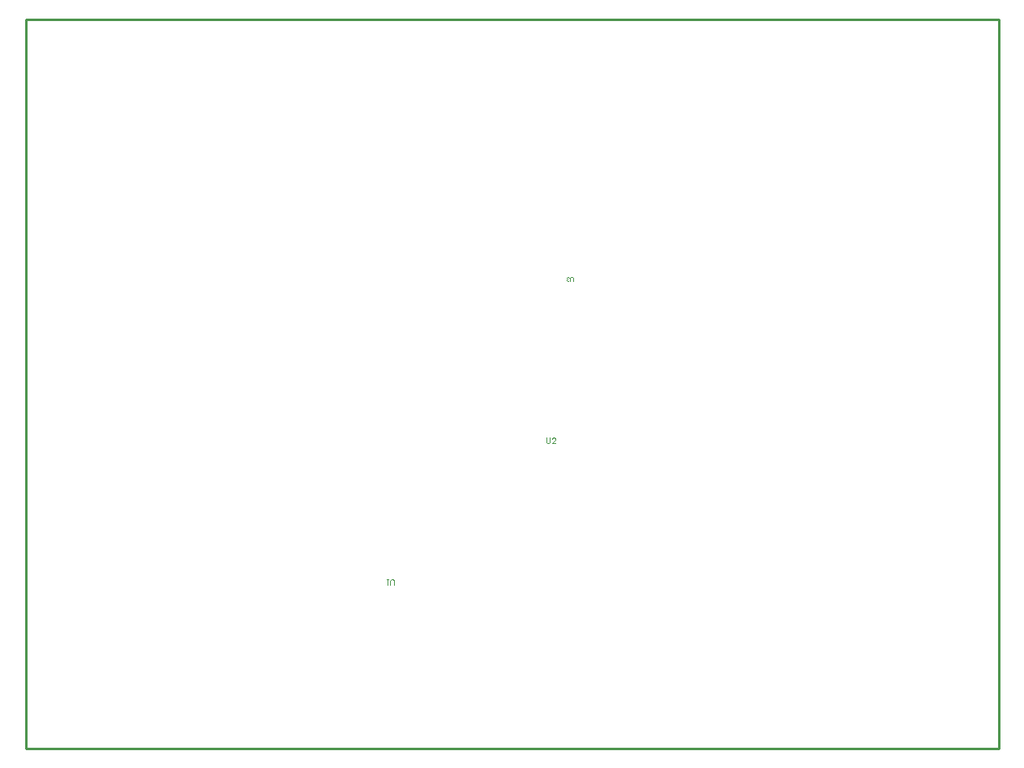
<source format=gm1>
G04 Layer_Color=16711935*
%FSLAX24Y24*%
%MOIN*%
G70*
G01*
G75*
%ADD27C,0.0100*%
%ADD39C,0.0039*%
%ADD40C,0.0024*%
D27*
X0Y0D02*
X40000D01*
Y30000D01*
X0D02*
X40000D01*
X0Y0D02*
Y30000D01*
D39*
X15150Y6714D02*
Y6911D01*
X15111Y6950D01*
X15032D01*
X14993Y6911D01*
Y6714D01*
X14914Y6950D02*
X14835D01*
X14875D01*
Y6714D01*
X14914Y6753D01*
X21400Y12786D02*
Y12589D01*
X21439Y12550D01*
X21518D01*
X21557Y12589D01*
Y12786D01*
X21794Y12550D02*
X21636D01*
X21794Y12707D01*
Y12747D01*
X21754Y12786D01*
X21676D01*
X21636Y12747D01*
D40*
X22500Y19243D02*
Y19374D01*
X22474Y19400D01*
X22421D01*
X22395Y19374D01*
Y19243D01*
X22343Y19269D02*
X22316Y19243D01*
X22264D01*
X22238Y19269D01*
Y19295D01*
X22264Y19321D01*
X22290D01*
X22264D01*
X22238Y19348D01*
Y19374D01*
X22264Y19400D01*
X22316D01*
X22343Y19374D01*
M02*

</source>
